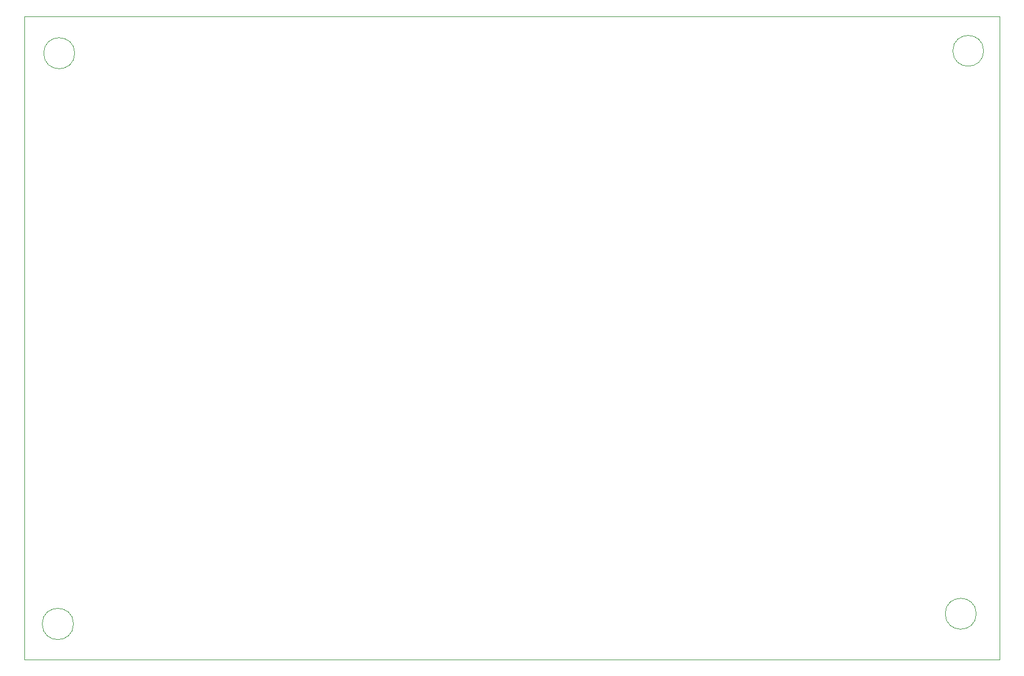
<source format=gbr>
%TF.GenerationSoftware,KiCad,Pcbnew,9.0.2*%
%TF.CreationDate,2025-06-30T00:07:05+01:00*%
%TF.ProjectId,6502pc,36353032-7063-42e6-9b69-6361645f7063,rev?*%
%TF.SameCoordinates,Original*%
%TF.FileFunction,Profile,NP*%
%FSLAX46Y46*%
G04 Gerber Fmt 4.6, Leading zero omitted, Abs format (unit mm)*
G04 Created by KiCad (PCBNEW 9.0.2) date 2025-06-30 00:07:05*
%MOMM*%
%LPD*%
G01*
G04 APERTURE LIST*
%TA.AperFunction,Profile*%
%ADD10C,0.050000*%
%TD*%
G04 APERTURE END LIST*
D10*
X25603752Y-121208800D02*
G75*
G02*
X20929048Y-121208800I-2337352J0D01*
G01*
X20929048Y-121208800D02*
G75*
G02*
X25603752Y-121208800I2337352J0D01*
G01*
X25786436Y-35864800D02*
G75*
G02*
X21152764Y-35864800I-2316836J0D01*
G01*
X21152764Y-35864800D02*
G75*
G02*
X25786436Y-35864800I2316836J0D01*
G01*
X18296800Y-30348800D02*
X163889600Y-30348800D01*
X163889600Y-126564000D01*
X18296800Y-126564000D01*
X18296800Y-30348800D01*
X160402822Y-119684800D02*
G75*
G02*
X155776378Y-119684800I-2313222J0D01*
G01*
X155776378Y-119684800D02*
G75*
G02*
X160402822Y-119684800I2313222J0D01*
G01*
X161506735Y-35503305D02*
G75*
G02*
X156907665Y-35503305I-2299535J0D01*
G01*
X156907665Y-35503305D02*
G75*
G02*
X161506735Y-35503305I2299535J0D01*
G01*
M02*

</source>
